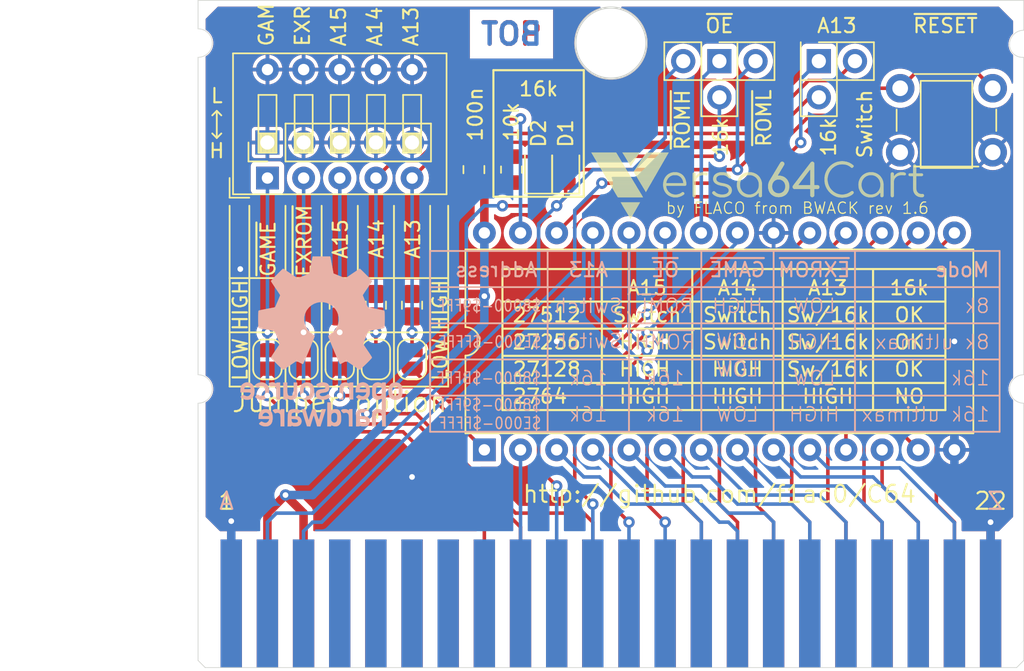
<source format=kicad_pcb>
(kicad_pcb (version 20221018) (generator pcbnew)
  (title_block (title "C64-VersaCart") (date "2023-02-19") (rev "0.1") (company "FLACO 2023") (comment 1 "Adapted from https://github.com/bwack/Versa64Cart"))
  (layers (0 "F.Cu" signal) (31 "B.Cu" signal) (34 "B.Paste" user) (35 "F.Paste" user) (36 "B.SilkS" user "B.Silkscreen") (37 "F.SilkS" user "F.Silkscreen") (38 "B.Mask" user) (39 "F.Mask" user) (44 "Edge.Cuts" user))
  (net 0 "")
  (net 1 "+5V")
  (net 2 "GND")
  (net 3 "/{slash}ROMH")
  (net 4 "/ADDR_16K")
  (net 5 "/{slash}ROML")
  (net 10 "/{slash}GAME")
  (net 11 "/{slash}EXROM")
  (net 15 "/D7")
  (net 16 "/D6")
  (net 17 "/D5")
  (net 18 "/D4")
  (net 19 "/D3")
  (net 20 "/D2")
  (net 21 "/D1")
  (net 22 "/D0")
  (net 23 "/{slash}RESET")
  (net 29 "/A12")
  (net 30 "/A11")
  (net 31 "/A10")
  (net 32 "/A9")
  (net 33 "/A8")
  (net 34 "/A7")
  (net 35 "/A6")
  (net 36 "/A5")
  (net 37 "/A4")
  (net 38 "/A3")
  (net 39 "/A2")
  (net 40 "/A1")
  (net 41 "/A0")
  (net 42 "Net-(JP6-A)")
  (net 43 "/ROMA14")
  (net 44 "/ROMA15")
  (net 45 "/ROMA13")
  (net 46 "/{slash}OE")
  (footprint "Sassa:C_0805_2012Metric_shortable" (layer "F.Cu") (at 93.98 113.665 -90)
    (fp_text reference "R1" hide)
    (fp_text value "10k")
  )
  (footprint "Connector_PinHeader_2.54mm:PinHeader_1x05_P2.54mm_Vertical" (layer "F.Cu") (at 83.82 102.235 90)
    (fp_text reference "J2" hide)
    (fp_text value "GND")
  )
  (footprint "Versa64Cart_v1_6:VERSA64CART" (layer "F.Cu") (at 106.515974 107.635694)
    (fp_text reference "U$39" hide)
    (fp_text value "" hide)
  )
  (footprint "Resistor_SMD:R_0805_2012Metric" (layer "F.Cu") (at 100.965 104.14 90)
    (fp_text reference "R4" hide)
    (fp_text value "10k")
  )
  (footprint "Sassa:Jumper_4_SPTT_P2.54mm_Vertical" (layer "F.Cu") (at 115.57 96.52 -90)
    (fp_text reference "JP7" hide)
    (fp_text value "ADDR_SELECT")
  )
  (footprint "Sassa:Jumper_3_SPDT_P2.54mm_Vertical" (layer "F.Cu") (at 122.555 96.52 -90)
    (fp_text reference "JP6" hide)
    (fp_text value "8/16K")
  )
  (footprint "Diode_SMD:D_0805_2012Metric" (layer "F.Cu") (at 104.775 104.14 90)
    (fp_text reference "D1")
    (fp_text value "D")
  )
  (footprint "Jumper:SolderJumper-2_P1.3mm_Open_RoundedPad1.0x1.5mm" (layer "F.Cu") (at 93.98 117.475 -90)
    (fp_text reference "JP1" hide)
    (fp_text value "/A13")
  )
  (footprint "Button_Switch_THT:SW_DIP_SPSTx05_Slide_9.78x14.88mm_W7.62mm_P2.54mm" (layer "F.Cu") (at 83.825 104.7325 90)
    (fp_text reference "SW1" hide)
    (fp_text value "SW_DIP_x05")
  )
  (footprint "Capacitor_SMD:C_0805_2012Metric" (layer "F.Cu") (at 98.325 104.14 90)
    (fp_text reference "C1" hide)
    (fp_text value "100n")
  )
  (footprint "Package_DIP:DIP-28_W15.24mm" (layer "F.Cu") (at 99.06 123.825 90)
    (fp_text reference "U1" hide)
    (fp_text value "27C512")
  )
  (footprint "Button_Switch_THT:SW_PUSH_6mm" (layer "F.Cu") (at 128.27 98.425)
    (fp_text reference "SW3" hide)
    (fp_text value "RESET")
  )
  (footprint "Jumper:SolderJumper-2_P1.3mm_Open_RoundedPad1.0x1.5mm" (layer "F.Cu") (at 83.82 117.475 -90)
    (fp_text reference "JP4" hide)
    (fp_text value "/GAME")
  )
  (footprint "Diode_SMD:D_0805_2012Metric" (layer "F.Cu") (at 102.87 104.14 90)
    (fp_text reference "D2")
    (fp_text value "D")
  )
  (footprint "Jumper:SolderJumper-2_P1.3mm_Open_RoundedPad1.0x1.5mm" (layer "F.Cu") (at 88.9 117.475 -90)
    (fp_text reference "JP3" hide)
    (fp_text value "/A15")
  )
  (footprint "Jumper:SolderJumper-2_P1.3mm_Open_RoundedPad1.0x1.5mm" (layer "F.Cu") (at 86.36 117.475 -90)
    (fp_text reference "JP5" hide)
    (fp_text value "/EXROM")
  )
  (footprint "Sassa:C_0805_2012Metric_shortable" (layer "F.Cu") (at 91.44 113.665 -90)
    (fp_text reference "R2" hide)
    (fp_text value "10k")
  )
  (footprint "Sassa:C64_Expansion_2x22_2.54mm" (layer "F.Cu") (at 107.95 139.12 180)
    (fp_text reference "J1" hide)
    (fp_text value "C64_Expansion_port" hide)
    (fp_line (start -29 0.5) (end -29 11) (stroke (width 0.05)) (layer "Edge.Cuts"))
    (fp_line (start -28.5 0) (end -29 0.5) (stroke (width 0.05)) (layer "Edge.Cuts"))
    (fp_line (start -28.5 0) (end 28.5 0) (stroke (width 0.05)) (layer "Edge.Cuts"))
    (fp_line (start 28.5 0) (end 29 0.5) (stroke (width 0.05)) (layer "Edge.Cuts"))
    (fp_line (start 29 0.5) (end 29 11) (stroke (width 0.05)) (layer "Edge.Cuts"))
  )
  (footprint "Jumper:SolderJumper-2_P1.3mm_Open_RoundedPad1.0x1.5mm" (layer "F.Cu") (at 91.44 117.475 -90)
    (fp_text reference "JP2" hide)
    (fp_text value "/A14")
  )
  (footprint "Sassa:C_0805_2012Metric_shortable" (layer "F.Cu") (at 88.9 113.665 -90)
    (fp_text reference "R3" hide)
    (fp_text value "10k")
  )
  (footprint "Button_Switch_SMD:SW_SPST_FSMSM" (layer "F.Cu") (at 131.52 100.965 -90)
    (fp_text reference "SW2" hide)
    (fp_text value "RESET")
  )
  (footprint "Symbol:OSHW-Logo_11.4x12mm_SilkScreen" (layer "B.Cu") (at 87.63 116.205 180)
    (fp_text reference "REF**" hide)
    (fp_text value "OSHW-Logo_11.4x12mm_SilkScreen" hide)
  )
  (gr_line (start 95.25 109.855) (end 95.25 122.555) (stroke (width 0.127)) (layer "B.SilkS"))
  (gr_line (start 135.255 120.015) (end 95.25 120.015) (stroke (width 0.127)) (layer "B.SilkS"))
  (gr_line (start 135.255 122.555) (end 95.25 122.555) (stroke (width 0.127)) (layer "B.SilkS"))
  (gr_line (start 135.255 112.395) (end 95.25 112.395) (stroke (width 0.127)) (layer "B.SilkS"))
  (gr_line (start 135.255 114.935) (end 95.25 114.935) (stroke (width 0.127)) (layer "B.SilkS"))
  (gr_line (start 135.255 117.475) (end 95.25 117.475) (stroke (width 0.127)) (layer "B.SilkS"))
  (gr_line (start 103.505 109.855) (end 103.505 122.555) (stroke (width 0.127)) (layer "B.SilkS"))
  (gr_line (start 135.255 109.855) (end 135.255 122.555) (stroke (width 0.127)) (layer "B.SilkS"))
  (gr_line (start 109.22 109.855) (end 109.22 122.555) (stroke (width 0.127)) (layer "B.SilkS"))
  (gr_line (start 125.095 109.855) (end 125.095 122.555) (stroke (width 0.127)) (layer "B.SilkS"))
  (gr_line (start 119.38 109.855) (end 119.38 122.555) (stroke (width 0.127)) (layer "B.SilkS"))
  (gr_line (start 135.255 109.855) (end 95.25 109.855) (stroke (width 0.127)) (layer "B.SilkS"))
  (gr_line (start 114.3 109.855) (end 114.3 122.555) (stroke (width 0.127)) (layer "B.SilkS"))
  (gr_line (start 99.695 106.045) (end 106.045 106.045) (stroke (width 0.15)) (layer "F.SilkS"))
  (gr_line (start 131.445 111.125) (end 131.445 121.031) (stroke (width 0.15)) (layer "F.SilkS"))
  (gr_line (start 100.33 111.125) (end 131.445 111.125) (stroke (width 0.15)) (layer "F.SilkS"))
  (gr_line (start 126.365 111.125) (end 126.365 121.031) (stroke (width 0.15)) (layer "F.SilkS"))
  (gr_line (start 100.33 121.031) (end 131.445 121.031) (stroke (width 0.15)) (layer "F.SilkS"))
  (gr_line (start 85.09 106.68) (end 85.09 119.38) (stroke (width 0.127)) (layer "F.SilkS"))
  (gr_line (start 100.33 119.126) (end 131.445 119.126) (stroke (width 0.15)) (layer "F.SilkS"))
  (gr_line (start 100.33 117.221) (end 131.445 117.221) (stroke (width 0.15)) (layer "F.SilkS"))
  (gr_line (start 80.264 100.0125) (end 80.5815 100.33) (stroke (width 0.127)) (layer "F.SilkS"))
  (gr_line (start 99.695 97.155) (end 106.045 97.155) (stroke (width 0.15)) (layer "F.SilkS"))
  (gr_line (start 96.52 119.38) (end 96.52 106.68) (stroke (width 0.127)) (layer "F.SilkS"))
  (gr_line (start 79.9465 100.33) (end 80.264 100.0125) (stroke (width 0.127)) (layer "F.SilkS"))
  (gr_line (start 80.264 101.9175) (end 80.5815 101.6) (stroke (width 0.127)) (layer "F.SilkS"))
  (gr_line (start 90.17 106.68) (end 90.17 119.38) (stroke (width 0.127)) (layer "F.SilkS"))
  (gr_line (start 80.264 100.0125) (end 80.264 101.9175) (stroke (width 0.127)) (layer "F.SilkS"))
  (gr_line (start 113.665 111.125) (end 113.665 121.031) (stroke (width 0.15)) (layer "F.SilkS"))
  (gr_line (start 120.015 111.125) (end 120.015 121.031) (stroke (width 0.15)) (layer "F.SilkS"))
  (gr_line (start 79.9465 101.6) (end 80.264 101.9175) (stroke (width 0.127)) (layer "F.SilkS"))
  (gr_line (start 99.695 106.045) (end 99.695 97.155) (stroke (width 0.15)) (layer "F.SilkS"))
  (gr_line (start 106.045 106.045) (end 106.045 97.155) (stroke (width 0.15)) (layer "F.SilkS"))
  (gr_line (start 81.165 115.57) (end 96.52 115.57) (stroke (width 0.127)) (layer "F.SilkS"))
  (gr_line (start 87.63 106.68) (end 87.63 119.38) (stroke (width 0.127)) (layer "F.SilkS"))
  (gr_line (start 107.315 111.125) (end 107.315 121.031) (stroke (width 0.15)) (layer "F.SilkS"))
  (gr_line (start 81.165 106.68) (end 81.165 119.38) (stroke (width 0.127)) (layer "F.SilkS"))
  (gr_line (start 92.71 106.68) (end 92.71 119.38) (stroke (width 0.127)) (layer "F.SilkS"))
  (gr_line (start 81.165 111.76) (end 96.52 111.76) (stroke (width 0.127)) (layer "F.SilkS"))
  (gr_line (start 100.33 111.125) (end 100.33 121.031) (stroke (width 0.15)) (layer "F.SilkS"))
  (gr_line (start 95.25 106.68) (end 95.25 119.38) (stroke (width 0.127)) (layer "F.SilkS"))
  (gr_line (start 100.33 115.316) (end 131.445 115.316) (stroke (width 0.15)) (layer "F.SilkS"))
  (gr_line (start 81.165 119.38) (end 96.52 119.38) (stroke (width 0.127)) (layer "F.SilkS"))
  (gr_line (start 100.33 113.411) (end 131.445 113.411) (stroke (width 0.15)) (layer "F.SilkS"))
  (gr_line (start 82.55 106.68) (end 82.55 119.38) (stroke (width 0.127)) (layer "F.SilkS"))
  (gr_line (start 136.95 120.55) (end 136.95 128.12) (stroke (width 0.05)) (layer "Edge.Cuts"))
  (gr_arc (start 78.95 118.55) (mid 79.657107 118.842893) (end 79.95 119.55) (stroke (width 0.05)) (layer "Edge.Cuts"))
  (gr_line (start 136.95 96.25) (end 136.95 118.55) (stroke (width 0.05)) (layer "Edge.Cuts"))
  (gr_line (start 78.95 94.25) (end 78.95 92.25) (stroke (width 0.05)) (layer "Edge.Cuts"))
  (gr_arc (start 135.95 119.55) (mid 136.242893 118.842893) (end 136.95 118.55) (stroke (width 0.05)) (layer "Edge.Cuts"))
  (gr_line (start 78.95 92.25) (end 136.95 92.25) (stroke (width 0.05)) (layer "Edge.Cuts"))
  (gr_line (start 136.95 92.25) (end 136.95 94.35) (stroke (width 0.05)) (layer "Edge.Cuts"))
  (gr_circle (center 107.95 95.25) (end 105.4735 94.9325) (stroke (width 0.15)) (fill none) (layer "Edge.Cuts"))
  (gr_arc (start 135.95 95.35) (mid 136.242893 94.642893) (end 136.95 94.35) (stroke (width 0.05)) (layer "Edge.Cuts"))
  (gr_line (start 78.95 118.55) (end 78.95 96.25) (stroke (width 0.05)) (layer "Edge.Cuts"))
  (gr_line (start 136.95 96.25) (end 136.85 96.25) (stroke (width 0.05)) (layer "Edge.Cuts"))
  (gr_line (start 78.95 128.12) (end 78.95 120.55) (stroke (width 0.05)) (layer "Edge.Cuts"))
  (gr_arc (start 79.95 119.55) (mid 79.657107 120.257107) (end 78.95 120.55) (stroke (width 0.05)) (layer "Edge.Cuts"))
  (gr_arc (start 136.95 120.55) (mid 136.242893 120.257107) (end 135.95 119.55) (stroke (width 0.05)) (layer "Edge.Cuts"))
  (gr_arc (start 78.95 94.25) (mid 79.657107 94.542893) (end 79.95 95.25) (stroke (width 0.05)) (layer "Edge.Cuts"))
  (gr_arc (start 136.85 96.25) (mid 136.213604 95.986396) (end 135.95 95.35) (stroke (width 0.05)) (layer "Edge.Cuts"))
  (gr_arc (start 79.95 95.25) (mid 79.657107 95.957107) (end 78.95 96.25) (stroke (width 0.05)) (layer "Edge.Cuts"))
  (gr_text "TOP" (at 100.965 94.615) (layer "F.Cu") (effects (font (size 1.5 1.5) (thickness 0.3) bold)))
  (gr_text "BOT" (at 100.965 94.615) (layer "B.Cu") (effects (font (size 1.5 1.5) (thickness 0.3) bold) (justify mirror)))
  (gr_text "16k" (at 111.76 121.92) (layer "B.SilkS") (effects (font (size 1 1) (thickness 0.1)) (justify bottom mirror)))
  (gr_text "$E000-$FFFF" (at 103.124 116.713) (layer "B.SilkS") (effects (font (size 0.8 0.7) (thickness 0.1)) (justify left bottom mirror)))
  (gr_text "8k ultimax" (at 134.62 116.84) (layer "B.SilkS") (effects (font (size 1 1) (thickness 0.1)) (justify left bottom mirror)))
  (gr_text "~{EXROM}" (at 122.2375 111.76) (layer "B.SilkS") (effects (font (size 1 1)) (justify bottom mirror)))
  (gr_text "8k" (at 134.62 114.3) (layer "B.SilkS") (effects (font (size 1 1) (thickness 0.1)) (justify left bottom mirror)))
  (gr_text "16k" (at 106.3625 119.38) (layer "B.SilkS") (effects (font (size 1 1) (thickness 0.1)) (justify bottom mirror)))
  (gr_text "Mode" (at 134.62 111.76) (layer "B.SilkS") (effects (font (size 1 1)) (justify left bottom mirror)))
  (gr_text "$8000-$9FFF\n$E000-$FFFF" (at 103.124 122.428) (layer "B.SilkS") (effects (font (size 0.8 0.7) (thickness 0.1)) (justify left bottom mirror)))
  (gr_text "Address" (at 102.87 111.76) (layer "B.SilkS") (effects (font (size 1 1)) (justify left bottom mirror)))
  (gr_text "HIGH" (at 122.2375 121.92) (layer "B.SilkS") (effects (font (size 1 1) (thickness 0.1)) (justify bottom mirror)))
  (gr_text "16k" (at 106.3625 121.92) (layer "B.SilkS") (effects (font (size 1 1) (thickness 0.1)) (justify bottom mirror)))
  (gr_text "Switch" (at 106.3625 114.3) (layer "B.SilkS") (effects (font (size 1 1) (thickness 0.1)) (justify bottom mirror)))
  (gr_text "16k" (at 111.76 119.38) (layer "B.SilkS") (effects (font (size 1 1) (thickness 0.1)) (justify bottom mirror)))
  (gr_text "LOW" (at 116.84 118.745) (layer "B.SilkS") (effects (font (size 1 1) (thickness 0.1)) (justify bottom mirror)))
  (gr_text "HIGH" (at 122.2375 116.84) (layer "B.SilkS") (effects (font (size 1 1) (thickness 0.1)) (justify bottom mirror)))
  (gr_text "LOW" (at 122.2375 114.3) (layer "B.SilkS") (effects (font (size 1 1) (thickness 0.1)) (justify bottom mirror)))
  (gr_text "LOW" (at 116.84 121.92) (layer "B.SilkS") (effects (font (size 1 1) (thickness 0.1)) (justify bottom mirror)))
  (gr_text "~{ROMH}" (at 111.76 116.84) (layer "B.SilkS") (effects (font (size 1 1) (thickness 0.1)) (justify bottom mirror)))
  (gr_text "16k ultimax" (at 134.62 121.92) (layer "B.SilkS") (effects (font (size 1 1) (thickness 0.1)) (justify left bottom mirror)))
  (gr_text "Switch" (at 106.3625 116.76625) (layer "B.SilkS") (effects (font (size 1 1) (thickness 0.1)) (justify bottom mirror)))
  (gr_text "LOW" (at 116.84 116.76625) (layer "B.SilkS") (effects (font (size 1 1) (thickness 0.1)) (justify bottom mirror)))
  (gr_text "16k" (at 134.62 119.38) (layer "B.SilkS") (effects (font (size 1 1) (thickness 0.1)) (justify left bottom mirror)))
  (gr_text "LOW" (at 122.2375 119.38) (layer "B.SilkS") (effects (font (size 1 1) (thickness 0.1)) (justify bottom mirror)))
  (gr_text "~{ROML}" (at 111.76 114.3) (layer "B.SilkS") (effects (font (size 1 1) (thickness 0.1)) (justify bottom mirror)))
  (gr_text "HIGH" (at 116.84 114.3) (layer "B.SilkS") (effects (font (size 1 1) (thickness 0.1)) (justify bottom mirror)))
  (gr_text "$8000-$BFFF" (at 103.124 119.253) (layer "B.SilkS") (effects (font (size 0.8 0.7) (thickness 0.1)) (justify left bottom mirror)))
  (gr_text "~{OE}" (at 111.76 111.76) (layer "B.SilkS") (effects (font (size 1 1)) (justify bottom mirror)))
  (gr_text "~{GAME}" (at 116.84 111.76) (layer "B.SilkS") (effects (font (size 1 1)) (justify bottom mirror)))
  (gr_text "A13" (at 106.3625 111.76) (layer "B.SilkS") (effects (font (size 1 1)) (justify bottom mirror)))
  (gr_text "$8000-$9FFF" (at 103.124 114.173) (layer "B.SilkS") (effects (font (size 0.8 0.7) (thickness 0.1)) (justify left bottom mirror)))
  (gr_text "A13" (at 123.19 113.03) (layer "F.SilkS") (effects (font (size 1 1)) (justify bottom)))
  (gr_text "Sw/16k" (at 123.19 114.935) (layer "F.SilkS") (effects (font (size 1 1)) (justify bottom)))
  (gr_text "27128" (at 100.965 118.745) (layer "F.SilkS") (effects (font (size 1 1)) (justify left bottom)))
  (gr_text "HIGH" (at 95.9485 113.665 90) (layer "F.SilkS") (effects (font (size 1 1))))
  (gr_text "A15" (at 89.408 95.5675 90) (layer "F.SilkS") (effects (font (size 1 1)) (justify left bottom)))
  (gr_text "LOW" (at 81.915 117.475 90) (layer "F.SilkS") (effects (font (size 1 1))))
  (gr_text "H" (at 80.264 102.235) (layer "F.SilkS") (effects (font (size 1 1)) (justify top)))
  (gr_text "EXR" (at 86.868 95.5675 90) (layer "F.SilkS") (effects (font (size 1 1)) (justify left bottom)))
  (gr_text "16k" (at 128.905 113.03) (layer "F.SilkS") (effects (font (size 1 1)) (justify bottom)))
  (gr_text "Switch" (at 116.84 114.935) (layer "F.SilkS") (effects (font (size 1 1)) (justify bottom)))
  (gr_text "Switch" (at 110.49 114.935) (layer "F.SilkS") (effects (font (size 1 1)) (justify bottom)))
  (gr_text "HIGH" (at 110.327856 118.745) (layer "F.SilkS") (effects (font (size 1 1)) (justify bottom)))
  (gr_text "HIGH" (at 81.915 113.665 90) (layer "F.SilkS") (effects (font (size 1 1))))
  (gr_text "Switch" (at 126.365 98.425 90) (layer "F.SilkS") (effects (font (size 1 1)) (justify right bottom)))
  (gr_text "~{RESET}" (at 131.445 94.615) (layer "F.SilkS") (effects (font (size 1 1)) (justify bottom)))
  (gr_text "A13" (at 94.615 110.49 90) (layer "F.SilkS") (effects (font (size 1 1)) (justify left bottom)))
  (gr_text "~{GAME}" (at 84.455 111.76 90) (layer "F.SilkS") (effects (font (size 1 1)) (justify left bottom)))
  (gr_text "HIGH" (at 123.19 120.65) (layer "F.SilkS") (effects (font (size 1 1)) (justify bottom)))
  (gr_text "HIGH" (at 116.84 118.745) (layer "F.SilkS") (effects (font (size 1 1)) (justify bottom)))
  (gr_text "27512" (at 100.965 114.935) (layer "F.SilkS") (effects (font (size 1 1)) (justify left bottom)))
  (gr_text "OK" (at 128.905 118.745) (layer "F.SilkS") (effects (font (size 1 1)) (justify bottom)))
  (gr_text "A13" (at 123.825 94.615) (layer "F.SilkS") (effects (font (size 1 1)) (justify bottom)))
  (gr_text "LOW" (at 95.9485 117.475 90) (layer "F.SilkS") (effects (font (size 1 1))))
  (gr_text "2764" (at 100.965 120.65) (layer "F.SilkS") (effects (font (size 1 1)) (justify left bottom)))
  (gr_text "GAM" (at 84.328 95.5675 90) (layer "F.SilkS") (effects (font (size 1 1)) (justify left bottom)))
  (gr_text "Sw/16k" (at 123.19 118.745) (layer "F.SilkS") (effects (font (size 1 1)) (justify bottom)))
  (gr_text "A15" (at 110.49 113.03) (layer "F.SilkS") (effects (font (size 1 1)) (justify bottom)))
  (gr_text "16k" (at 102.87 99.06) (layer "F.SilkS") (effects (font (size 1 1)) (justify bottom)))
  (gr_text "27256" (at 100.965 116.84) (layer "F.SilkS") (effects (font (size 1 1)) (justify left bottom)))
  (gr_text "HIGH" (at 110.327856 116.84) (layer "F.SilkS") (effects (font (size 1 1)) (justify bottom)))
  (gr_text "~{ROML}" (at 118.11 98.425 90) (layer "F.SilkS") (effects (font (size 1 1)) (justify right top)))
  (gr_text "Switch" (at 116.84 116.84) (layer "F.SilkS") (effects (font (size 1 1)) (justify bottom)))
  (gr_text "Sw/16k" (at 123.19 116.84) (layer "F.SilkS") (effects (font (size 1 1)) (justify bottom)))
  (gr_text "HIGH" (at 110.327856 120.65) (layer "F.SilkS") (effects (font (size 1 1)) (justify bottom)))
  (gr_text "by FLACO from BWACK rev 1.6" (at 111.76 107.315) (layer "F.SilkS") (effects (font (size 0.8 0.8) (thickness 0.08128)) (justify left bottom)))
  (gr_text "~{EXROM}" (at 86.995 111.76 90) (layer "F.SilkS") (effects (font (size 1 1)) (justify left bottom)))
  (gr_text "A14" (at 116.84 113.03) (layer "F.SilkS") (effects (font (size 1 1)) (justify bottom)))
  (gr_text "100n" (at 98.425 102.235 90) (layer "F.SilkS") (effects (font (size 1 1)) (justify left)))
  (gr_text "A14" (at 91.948 95.5675 90) (layer "F.SilkS") (effects (font (size 1 1)) (justify left bottom)))
  (gr_text "10k" (at 100.965 102.235 90) (layer "F.SilkS") (effects (font (size 1 1)) (justify left)))
  (gr_text "NO" (at 128.905 120.65) (layer "F.SilkS") (effects (font (size 1 1)) (justify bottom)))
  (gr_text "http://github.com/f1ac0/C64" (at 115.57 127.635) (layer "F.SilkS") (effects (font (size 1.2 1.2)) (justify bottom)))
  (gr_text "~{ROMH}" (at 112.395 98.425 90) (layer "F.SilkS") (effects (font (size 1 1)) (justify right top)))
  (gr_text "A13" (at 94.488 95.5675 90) (layer "F.SilkS") (effects (font (size 1 1)) (justify left bottom)))
  (gr_text "16k" (at 115.062 100.39 90) (layer "F.SilkS") (effects (font (size 1 1)) (justify right top)))
  (gr_text "Jumper option" (at 88.9 121.285) (layer "F.SilkS") (effects (font (size 1.4 1.4)) (justify bottom)))
  (gr_text "L" (at 80.264 99.53625) (layer "F.SilkS") (effects (font (size 1 1)) (justify bottom)))
  (gr_text "OK" (at 128.905 114.935) (layer "F.SilkS") (effects (font (size 1 1)) (justify bottom)))
  (gr_text "HIGH" (at 116.84 120.65) (layer "F.SilkS") (effects (font (size 1 1)) (justify bottom)))
  (gr_text "OK" (at 128.905 116.84) (layer "F.SilkS") (effects (font (size 1 1)) (justify bottom)))
  (gr_text "~{OE}" (at 115.57 94.615) (layer "F.SilkS") (effects (font (size 1 1)) (justify bottom)))
  (gr_text "A14" (at 92.075 110.49 90) (layer "F.SilkS") (effects (font (size 1 1)) (justify left bottom)))
  (gr_text "16k" (at 123.825 100.39 90) (layer "F.SilkS") (effects (font (size 1 1)) (justify right bottom)))
  (gr_text "A15" (at 89.535 110.49 90) (layer "F.SilkS") (effects (font (size 1 1)) (justify left bottom)))
  (segment (start 83.82 134.62) (end 83.82 128.27) (width 0.6) (layer "F.Cu") (net 1))
  (segment (start 85.09 127) (end 86.36 128.27) (width 0.6) (layer "F.Cu") (net 1))
  (segment (start 88.9 112.8763) (end 93.98 112.8763) (width 0.6) (layer "F.Cu") (net 1))
  (segment (start 98.325 105.09) (end 100.9275 105.09) (width 0.6) (layer "F.Cu") (net 1))
  (segment (start 99.06 105.825) (end 98.325 105.09) (width 0.6) (layer "F.Cu") (net 1))
  (segment (start 93.98 112.8763) (end 98.9063 112.8763) (width 0.6) (layer "F.Cu") (net 1))
  (segment (start 100.9275 105.09) (end 100.965 105.0525) (width 0.6) (layer "F.Cu") (net 1))
  (segment (start 99.06 108.585) (end 99.06 105.825) (width 0.6) (layer "F.Cu") (net 1))
  (segment (start 83.82 128.27) (end 85.09 127) (width 0.6) (layer "F.Cu") (net 1))
  (segment (start 98.9063 112.8763) (end 99.06 113.03) (width 0.6) (layer "F.Cu") (net 1))
  (segment (start 86.36 128.27) (end 86.36 134.62) (width 0.6) (layer "F.Cu") (net 1))
  (via (at 85.09 127) (size 0.8) (drill 0.4) (layers "F.Cu" "B.Cu") (net 1))
  (via (at 99.06 113.03) (size 0.8) (drill 0.4) (layers "F.Cu" "B.Cu") (net 1))
  (segment (start 86.995 127) (end 85.09 127) (width 0.6) (layer "B.Cu") (net 1))
  (segment (start 99.06 114.935) (end 86.995 127) (width 0.6) (layer "B.Cu") (net 1))
  (segment (start 99.06 113.03) (end 99.06 108.585) (width 0.6) (layer "B.Cu") (net 1))
  (segment (start 99.06 113.03) (end 99.06 114.935) (width 0.6) (layer "B.Cu") (net 1))
  (segment (start 134.62 134.65) (end 134.62 128.905) (width 0.6) (layer "F.Cu") (net 2))
  (segment (start 81.28 134.62) (end 81.28 128.83125) (width 0.6) (layer "F.Cu") (net 2))
  (via (at 81.915 111.125) (size 0.8) (drill 0.4) (layers "F.Cu" "B.Cu") (net 2))
  (via (at 93.98 125.73) (size 0.8) (drill 0.4) (layers "F.Cu" "B.Cu") (net 2))
  (via (at 104.14 116.205) (size 0.8) (drill 0.4) (layers "F.Cu" "B.Cu") (net 2))
  (via (at 132.08 116.205) (size 0.8) (drill 0.4) (layers "F.Cu" "B.Cu") (net 2))
  (via (at 134.62 128.905) (size 0.8) (drill 0.4) (layers "F.Cu" "B.Cu") (net 2))
  (via (at 111.76 116.2) (size 0.8) (drill 0.4) (layers "F.Cu" "B.Cu") (net 2))
  (via (at 81.28 128.83125) (size 0.8) (drill 0.4) (layers "F.Cu" "B.Cu") (net 2))
  (segment (start 132.08 121.92) (end 132.08 126.365) (width 0.6) (layer "B.Cu") (net 2))
  (segment (start 81.28 134.65) (end 81.28 128.83125) (width 0.6) (layer "B.Cu") (net 2))
  (segment (start 132.08 123.825) (end 132.08 116.205) (width 0.6) (layer "B.Cu") (net 2))
  (segment (start 132.08 126.365) (end 134.62 128.905) (width 0.6) (layer "B.Cu") (net 2))
  (segment (start 134.62 134.65) (end 134.62 128.905) (width 0.6) (layer "B.Cu") (net 2))
  (segment (start 104.775 106.045) (end 104.14 106.68) (width 0.25) (layer "F.Cu") (net 3))
  (segment (start 104.775 105.0775) (end 104.775 106.045) (width 0.25) (layer "F.Cu") (net 3))
  (via (at 104.14 106.68) (size 0.8) (drill 0.4) (layers "F.Cu" "B.Cu") (net 3))
  (segment (start 109.515 104.14) (end 111.76 101.895) (width 0.25) (layer "B.Cu") (net 3))
  (segment (start 86.995 128.27) (end 102.87 112.395) (width 0.25) (layer "B.Cu") (net 3))
  (segment (start 111.76 101.895) (end 111.76 97.79) (width 0.25) (layer "B.Cu") (net 3))
  (segment (start 83.82 128.905) (end 84.455 128.27) (width 0.25) (layer "B.Cu") (net 3))
  (segment (start 84.455 128.27) (end 86.995 128.27) (width 0.25) (layer "B.Cu") (net 3))
  (segment (start 111.76 97.79) (end 113.03 96.52) (width 0.25) (layer "B.Cu") (net 3))
  (segment (start 83.82 134.62) (end 83.82 128.905) (width 0.25) (layer "B.Cu") (net 3))
  (segment (start 102.87 112.395) (end 102.87 107.95) (width 0.25) (layer "B.Cu") (net 3))
  (segment (start 102.87 107.95) (end 106.68 104.14) (width 0.25) (layer "B.Cu") (net 3))
  (segment (start 106.68 104.14) (end 109.515 104.14) (width 0.25) (layer "B.Cu") (net 3))
  (segment (start 102.87 103.2025) (end 104.775 103.2025) (width 0.25) (layer "F.Cu") (net 4))
  (segment (start 100.965 103.2275) (end 102.845 103.2275) (width 0.25) (layer "F.Cu") (net 4))
  (segment (start 115.57 103.2025) (end 104.775 103.2025) (width 0.25) (layer "F.Cu") (net 4))
  (segment (start 102.845 103.2275) (end 102.87 103.2025) (width 0.25) (layer "F.Cu") (net 4))
  (via (at 115.57 103.2025) (size 0.8) (drill 0.4) (layers "F.Cu" "B.Cu") (net 4))
  (segment (start 115.57 103.2025) (end 115.57 99.06) (width 0.25) (layer "B.Cu") (net 4))
  (segment (start 106.68 134.65) (end 106.68 128.905) (width 0.25) (layer "F.Cu") (net 5))
  (segment (start 103.8075 104.14) (end 102.87 105.0775) (width 0.25) (layer "F.Cu") (net 5))
  (segment (start 106.68 128.905) (end 106.045 128.27) (width 0.25) (layer "F.Cu") (net 5))
  (segment (start 91.44 121.285) (end 90.805 121.285) (width 0.25) (layer "F.Cu") (net 5))
  (segment (start 94.27 121.285) (end 93.98 121.285) (width 0.25) (layer "F.Cu") (net 5))
  (segment (start 106.045 128.27) (end 101.255 128.27) (width 0.25) (layer "F.Cu") (net 5))
  (segment (start 116.84 104.14) (end 103.8075 104.14) (width 0.25) (layer "F.Cu") (net 5))
  (segment (start 94.105 121.285) (end 91.44 121.285) (width 0.25) (layer "F.Cu") (net 5))
  (segment (start 102.87 105.0775) (end 102.87 106.045) (width 0.25) (layer "F.Cu") (net 5))
  (segment (start 102.87 106.045) (end 102.235 106.68) (width 0.25) (layer "F.Cu") (net 5))
  (segment (start 121.92 99.06) (end 122.555 99.06) (width 0.25) (layer "F.Cu") (net 5))
  (segment (start 102.235 106.68) (end 100.33 106.68) (width 0.25) (layer "F.Cu") (net 5))
  (segment (start 116.84 104.14) (end 121.92 99.06) (width 0.25) (layer "F.Cu") (net 5))
  (segment (start 101.255 128.27) (end 94.27 121.285) (width 0.25) (layer "F.Cu") (net 5))
  (via (at 116.84 104.14) (size 0.8) (drill 0.4) (layers "F.Cu" "B.Cu") (net 5))
  (via (at 100.33 106.68) (size 0.8) (drill 0.4) (layers "F.Cu" "B.Cu") (net 5))
  (via (at 90.805 121.285) (size 0.8) (drill 0.4) (layers "F.Cu" "B.Cu") (net 5))
  (segment (start 99.06 106.68) (end 100.33 106.68) (width 0.25) (layer "B.Cu") (net 5))
  (segment (start 116.84 97.79) (end 118.11 96.52) (width 0.25) (layer "B.Cu") (net 5))
  (segment (start 90.805 121.285) (end 97.79 114.3) (width 0.25) (layer "B.Cu") (net 5))
  (segment (start 116.84 104.14) (end 116.84 97.79) (width 0.25) (layer "B.Cu") (net 5))
  (segment (start 97.79 114.3) (end 97.79 107.95) (width 0.25) (layer "B.Cu") (net 5))
  (segment (start 97.79 107.95) (end 99.06 106.68) (width 0.25) (layer "B.Cu") (net 5))
  (segment (start 93.345 122.555) (end 91.44 122.555) (width 0.25) (layer "F.Cu") (net 10))
  (segment (start 99.06 128.27) (end 93.345 122.555) (width 0.25) (layer "F.Cu") (net 10))
  (segment (start 91.44 122.555) (end 86.36 122.555) (width 0.25) (layer "F.Cu") (net 10))
  (segment (start 86.36 122.555) (end 83.82 120.015) (width 0.25) (layer "F.Cu") (net 10))
  (segment (start 99.06 134.65) (end 99.06 128.27) (width 0.25) (layer "F.Cu") (net 10))
  (segment (start 83.82 115.57) (end 83.82 116.825) (width 0.25) (layer "F.Cu") (net 10))
  (via (at 83.82 115.57) (size 0.8) (drill 0.4) (layers "F.Cu" "B.Cu") (net 10))
  (via (at 83.82 120.015) (size 0.8) (drill 0.4) (layers "F.Cu" "B.Cu") (net 10))
  (segment (start 83.825 115.565) (end 83.825 104.7325) (width 0.25) (layer "B.Cu") (net 10))
  (segment (start 83.82 115.57) (end 83.825 115.565) (width 0.25) (layer "B.Cu") (net 10))
  (segment (start 83.82 115.57) (end 83.82 120.015) (width 0.25) (layer "B.Cu") (net 10))
  (segment (start 86.36 115.57) (end 86.36 116.825) (width 0.25) (layer "F.Cu") (net 11))
  (segment (start 101.6 134.65) (end 101.6 129.25069) (width 0.25) (layer "F.Cu") (net 11))
  (segment (start 101.6 129.25069) (end 94.35881 122.0095) (width 0.25) (layer "F.Cu") (net 11))
  (segment (start 88.3545 122.0095) (end 86.36 120.015) (width 0.25) (layer "F.Cu") (net 11))
  (segment (start 94.35881 122.0095) (end 88.3545 122.0095) (width 0.25) (layer "F.Cu") (net 11))
  (via (at 86.36 120.015) (size 0.8) (drill 0.4) (layers "F.Cu" "B.Cu") (net 11))
  (via (at 86.36 115.57) (size 0.8) (drill 0.4) (layers "F.Cu" "B.Cu") (net 11))
  (segment (start 86.365 115.565) (end 86.365 104.7325) (width 0.25) (layer "B.Cu") (net 11))
  (segment (start 86.36 115.57) (end 86.36 120.015) (width 0.25) (layer "B.Cu") (net 11))
  (segment (start 86.36 115.57) (end 86.365 115.565) (width 0.25) (layer "B.Cu") (net 11))
  (segment (start 114.3 134.65) (end 114.3 128.905) (width 0.25) (layer "F.Cu") (net 15))
  (segment (start 113.03 121.2625) (end 113.03 117.475) (width 0.25) (layer "F.Cu") (net 15))
  (segment (start 114.3 128.905) (end 113.03 127.635) (width 0.25) (layer "F.Cu") (net 15))
  (segment (start 113.03 127.635) (end 113.03 121.285) (width 0.25) (layer "F.Cu") (net 15))
  (segment (start 113.03 117.475) (end 121.92 108.585) (width 0.25) (layer "F.Cu") (net 15))
  (segment (start 124.46 108.585) (end 115.57 117.475) (width 0.25) (layer "F.Cu") (net 16))
  (segment (start 115.57 117.475) (end 115.57 119.83375) (width 0.25) (layer "F.Cu") (net 16))
  (segment (start 116.84 128.908291) (end 116.84 134.65) (width 0.25) (layer "F.Cu") (net 16))
  (segment (start 115.57 127.638291) (end 116.84 128.908291) (width 0.25) (layer "F.Cu") (net 16))
  (segment (start 115.57 120.015) (end 115.57 127.638291) (width 0.25) (layer "F.Cu") (net 16))
  (segment (start 127 108.585) (end 118.11 117.475) (width 0.25) (layer "F.Cu") (net 17))
  (segment (start 118.11 117.475) (end 118.11 118.60637) (width 0.25) (layer "F.Cu") (net 17))
  (segment (start 119.38 128.905) (end 119.38 134.65) (width 0.25) (layer "F.Cu") (net 17))
  (segment (start 118.11 127.635) (end 119.38 128.905) (width 0.25) (layer "F.Cu") (net 17))
  (segment (start 118.11 118.745) (end 118.11 127.635) (width 0.25) (layer "F.Cu") (net 17))
  (segment (start 121.92 134.65) (end 121.92 128.905) (width 0.25) (layer "F.Cu") (net 18))
  (segment (start 121.92 128.905) (end 120.65 127.635) (width 0.25) (layer "F.Cu") (net 18))
  (segment (start 120.65 127.635) (end 120.65 117.475) (width 0.25) (layer "F.Cu") (net 18))
  (segment (start 120.65 117.475) (end 129.54 108.585) (width 0.25) (layer "F.Cu") (net 18))
  (segment (start 123.19 117.475) (end 123.19 127.635) (width 0.25) (layer "F.Cu") (net 19))
  (segment (start 124.46 128.905) (end 124.46 134.65) (width 0.25) (layer "F.Cu") (net 19))
  (segment (start 132.08 108.585) (end 123.19 117.475) (width 0.25) (layer "F.Cu") (net 19))
  (segment (start 123.19 127.635) (end 124.46 128.905) (width 0.25) (layer "F.Cu") (net 19))
  (segment (start 127 128.92) (end 127 134.65) (width 0.25) (layer "F.Cu") (net 20))
  (segment (start 125.73 127.65) (end 127 128.92) (width 0.25) (layer "F.Cu") (net 20))
  (segment (start 128.27 122.555) (end 126.365 122.555) (width 0.25) (layer "F.Cu") (net 20))
  (segment (start 126.365 122.555) (end 125.73 123.19) (width 0.25) (layer "F.Cu") (net 20))
  (segment (start 129.54 123.825) (end 128.27 122.555) (width 0.25) (layer "F.Cu") (net 20))
  (segment (start 125.73 123.19) (end 125.73 127.65) (width 0.25) (layer "F.Cu") (net 20))
  (segment (start 129.54 134.65) (end 129.54 128.905) (width 0.25) (layer "F.Cu") (net 21))
  (segment (start 127 126.365) (end 127 123.825) (width 0.25) (layer "F.Cu") (net 21))
  (segment (start 129.54 128.905) (end 127 126.365) (width 0.25) (layer "F.Cu") (net 21))
  (segment (start 130.81 123.19) (end 129.725499 122.105499) (width 0.25) (layer "F.Cu") (net 22))
  (segment (start 132.08 128.905) (end 130.81 127.635) (width 0.25) (layer "F.Cu") (net 22))
  (segment (start 132.08 134.65) (end 132.08 128.905) (width 0.25) (layer "F.Cu") (net 22))
  (segment (start 125.048131 122.105499) (end 124.46 122.69363) (width 0.25) (layer "F.Cu") (net 22))
  (segment (start 130.81 127.635) (end 130.81 123.19) (width 0.25) (layer "F.Cu") (net 22))
  (segment (start 129.725499 122.105499) (end 125.048131 122.105499) (width 0.25) (layer "F.Cu") (net 22))
  (segment (start 124.46 122.69363) (end 124.46 123.825) (width 0.25) (layer "F.Cu") (net 22))
  (segment (start 117.1575 105.0925) (end 107.315 105.0925) (width 0.25) (layer "F.Cu") (net 23))
  (segment (start 128.27 98.425) (end 125.095 98.425) (width 0.25) (layer "F.Cu") (net 23))
  (segment (start 123.19 100.33) (end 121.92 100.33) (width 0.25) (layer "F.Cu") (net 23))
  (segment (start 125.095 98.425) (end 123.19 100.33) (width 0.25) (layer "F.Cu") (net 23))
  (segment (start 121.92 100.33) (end 117.1575 105.0925) (width 0.25) (layer "F.Cu") (net 23))
  (segment (start 132.72 96.375) (end 130.32 96.375) (width 0.25) (layer "F.Cu") (net 23))
  (segment (start 130.32 96.375) (end 128.27 98.425) (width 0.25) (layer "F.Cu") (net 23))
  (segment (start 134.77 98.425) (end 132.72 96.375) (width 0.25) (layer "F.Cu") (net 23))
  (via (at 107.315 105.0925) (size 0.8) (drill 0.4) (layers "F.Cu" "B.Cu") (net 23))
  (segment (start 107.315 105.0925) (end 105.41 106.9975) (width 0.25) (layer "B.Cu") (net 23))
  (segment (start 105.41 111.125345) (end 105.41 110.49) (width 0.25) (layer "B.Cu") (net 23))
  (segment (start 86.995 128.905) (end 87.630345 128.905) (width 0.25) (layer "B.Cu") (net 23))
  (segment (start 105.41 106.9975) (end 105.41 110.49069) (width 0.25) (layer "B.Cu") (net 23))
  (segment (start 86.36 129.54) (end 86.995 128.905) (width 0.25) (layer "B.Cu") (net 23))
  (segment (start 86.36 134.65) (end 86.36 129.54) (width 0.25) (layer "B.Cu") (net 23))
  (segment (start 87.630345 128.905) (end 105.41 111.125345) (width 0.25) (layer "B.Cu") (net 23))
  (segment (start 101.6 134.65) (end 101.6 123.825) (width 0.25) (layer "B.Cu") (net 29))
  (segment (start 104.14 126.365) (end 102.87 125.095) (width 0.25) (layer "F.Cu") (net 30))
  (segment (start 102.87 121.92) (end 110.49 114.3) (width 0.25) (layer "F.Cu") (net 30))
  (segment (start 102.87 125.095) (end 102.87 121.92) (width 0.25) (layer "F.Cu") (net 30))
  (via (at 110.49 114.3) (size 0.8) (drill 0.4) (layers "F.Cu" "B.Cu") (net 30))
  (via (at 104.14 126.365) (size 0.8) (drill 0.4) (layers "F.Cu" "B.Cu") (net 30))
  (segment (start 111.76 113.03) (end 110.49 114.3) (width 0.25) (layer "B.Cu") (net 30))
  (segment (start 111.76 108.585) (end 111.76 113.03) (width 0.25) (layer "B.Cu") (net 30))
  (segment (start 104.14 126.365) (end 104.14 134.62) (width 0.25) (layer "B.Cu") (net 30))
  (segment (start 105.41 126.365) (end 105.41 120.65) (width 0.25) (layer "F.Cu") (net 31))
  (segment (start 105.41 120.65) (end 110.49 115.57) (width 0.25) (layer "F.Cu") (net 31))
  (segment (start 106.68 127.635) (end 105.41 126.365) (width 0.25) (layer "F.Cu") (net 31))
  (via (at 106.68 127.635) (size 0.8) (drill 0.4) (layers "F.Cu" "B.Cu") (net 31))
  (via (at 110.49 115.57) (size 0.8) (drill 0.4) (layers "F.Cu" "B.Cu") (net 31))
  (segment (start 116.84 108.585) (end 116.84 109.22) (width 0.25) (layer "B.Cu") (net 31))
  (segment (start 116.84 109.22) (end 110.49 115.57) (width 0.25) (layer "B.Cu") (net 31))
  (segment (start 106.68 134.65) (end 106.68 127.635) (width 0.25) (layer "B.Cu") (net 31))
  (segment (start 109.22 128.905) (end 107.95 127.635) (width 0.25) (layer "F.Cu") (net 32))
  (segment (start 107.95 119.38) (end 110.49 116.84) (width 0.25) (layer "F.Cu") (net 32))
  (segment (start 107.95 127.635) (end 107.95 119.38) (width 0.25) (layer "F.Cu") (net 32))
  (via (at 110.49 116.84) (size 0.8) (drill 0.4) (layers "F.Cu" "B.Cu") (net 32))
  (via (at 109.22 128.905) (size 0.8) (drill 0.4) (layers "F.Cu" "B.Cu") (net 32))
  (segment (start 109.22 134.65) (end 109.22 128.905) (width 0.25) (layer "B.Cu") (net 32))
  (segment (start 109.22 108.585) (end 109.22 115.57) (width 0.25) (layer "B.Cu") (net 32))
  (segment (start 109.22 115.57) (end 110.49 116.84) (width 0.25) (layer "B.Cu") (net 32))
  (segment (start 111.76 128.905) (end 110.49 127.635) (width 0.25) (layer "F.Cu") (net 33))
  (segment (start 110.49 127.635) (end 110.49 118.11) (width 0.25) (layer "F.Cu") (net 33))
  (via (at 111.76 128.905) (size 0.8) (drill 0.4) (layers "F.Cu" "B.Cu") (net 33))
  (via (at 110.49 118.11) (size 0.8) (drill 0.4) (layers "F.Cu" "B.Cu") (net 33))
  (segment (start 111.76 128.905) (end 111.76 134.62) (width 0.25) (layer "B.Cu") (net 33))
  (segment (start 106.68 114.3) (end 110.49 118.11) (width 0.25) (layer "B.Cu") (net 33))
  (segment (start 106.68 108.585) (end 106.68 114.3) (width 0.25) (layer "B.Cu") (net 33))
  (segment (start 114.3 128.905) (end 113.03 127.635) (width 0.25) (layer "B.Cu") (net 34))
  (segment (start 113.03 127.635) (end 109.062995 127.635) (width 0.25) (layer "B.Cu") (net 34))
  (segment (start 106.045 125.73) (end 104.14 123.825) (width 0.25) (layer "B.Cu") (net 34))
  (segment (start 109.062995 127.635) (end 107.157995 125.73) (width 0.25) (layer "B.Cu") (net 34))
  (segment (start 114.3 134.62) (end 114.3 128.905) (width 0.25) (layer "B.Cu") (net 34))
  (segment (start 107.157995 125.73) (end 106.045 125.73) (width 0.25) (layer "B.Cu") (net 34))
  (segment (start 115.57 128.905) (end 116.205 128.905) (width 0.25) (layer "B.Cu") (net 35))
  (segment (start 116.84 129.54) (end 116.84 134.65) (width 0.25) (layer "B.Cu") (net 35))
  (segment (start 116.205 128.905) (end 116.84 129.54) (width 0.25) (layer "B.Cu") (net 35))
  (segment (start 109.855 127) (end 113.665 127) (width 0.25) (layer "B.Cu") (net 35))
  (segment (start 106.68 123.825) (end 109.855 127) (width 0.25) (layer "B.Cu") (net 35))
  (segment (start 113.665 127) (end 115.57 128.905) (width 0.25) (layer "B.Cu") (net 35))
  (segment (start 116.205 128.27) (end 114.3 126.365) (width 0.25) (layer "B.Cu") (net 36))
  (segment (start 118.745 128.27) (end 116.205 128.27) (width 0.25) (layer "B.Cu") (net 36))
  (segment (start 119.38 128.905) (end 118.745 128.27) (width 0.25) (layer "B.Cu") (net 36))
  (segment (start 114.3 126.365) (end 111.76 126.365) (width 0.25) (layer "B.Cu") (net 36))
  (segment (start 111.76 126.365) (end 109.22 123.825) (width 0.25) (layer "B.Cu") (net 36))
  (segment (start 119.38 134.65) (end 119.38 128.905) (width 0.25) (layer "B.Cu") (net 36))
  (segment (start 120.65 127.635) (end 116.84 127.635) (width 0.25) (layer "B.Cu") (net 37))
  (segment (start 121.92 128.905) (end 120.65 127.635) (width 0.25) (layer "B.Cu") (net 37))
  (segment (start 114.935 125.73) (end 113.665 125.73) (width 0.25) (layer "B.Cu") (net 37))
  (segment (start 121.92 134.65) (end 121.92 128.905) (width 0.25) (layer "B.Cu") (net 37))
  (segment (start 116.84 127.635) (end 114.935 125.73) (width 0.25) (layer "B.Cu") (net 37))
  (segment (start 113.665 125.73) (end 111.76 123.825) (width 0.25) (layer "B.Cu") (net 37))
  (segment (start 122.555 127) (end 117.475 127) (width 0.25) (layer "B.Cu") (net 38))
  (segment (start 124.46 134.65) (end 124.46 128.905) (width 0.25) (layer "B.Cu") (net 38))
  (segment (start 124.46 128.905) (end 122.555 127) (width 0.25) (layer "B.Cu") (net 38))
  (segment (start 117.475 127) (end 114.3 123.825) (width 0.25) (layer "B.Cu") (net 38))
  (segment (start 127 134.65) (end 127 128.905) (width 0.25) (layer "B.Cu") (net 39))
  (segment (start 124.46 126.365) (end 119.38 126.365) (width 0.25) (layer "B.Cu") (net 39))
  (segment (start 119.38 126.365) (end 116.84 123.825) (width 0.25) (layer "B.Cu") (net 39))
  (segment (start 127 128.905) (end 124.46 126.365) (width 0.25) (layer "B.Cu") (net 39))
  (segment (start 126.365 125.73) (end 121.285 125.73) (width 0.25) (layer "B.Cu") (net 40))
  (segment (start 129.54 134.65) (end 129.54 128.905) (width 0.25) (layer "B.Cu") (net 40))
  (segment (start 129.54 128.905) (end 126.365 125.73) (width 0.25) (layer "B.Cu") (net 40))
  (segment (start 121.285 125.73) (end 119.38 123.825) (width 0.25) (layer "B.Cu") (net 40))
  (segment (start 121.92 123.825) (end 123.19 125.095) (width 0.25) (layer "B.Cu") (net 41))
  (segment (start 128.23625 125.095) (end 132.08 128.93875) (width 0.25) (layer "B.Cu") (net 41))
  (segment (start 123.19 125.095) (end 128.23625 125.095) (width 0.25) (layer "B.Cu") (net 41))
  (segment (start 132.08 128.93875) (end 132.08 134.65) (width 0.25) (layer "B.Cu") (net 41))
  (segment (start 118.11 101.6) (end 121.825 97.885) (width 0.25) (layer "F.Cu") (net 42))
  (segment (start 97.1175 101.6) (end 118.11 101.6) (width 0.25) (layer "F.Cu") (net 42))
  (segment (start 93.98 115.57) (end 93.98 116.825) (width 0.25) (layer "F.Cu") (net 42))
  (segment (start 123.73 97.885) (end 125.095 96.52) (width 0.25) (layer "F.Cu") (net 42))
  (segment (start 93.98 114.4537) (end 93.98 115.57) (width 0.25) (layer "F.Cu") (net 42))
  (segment (start 121.825 97.885) (end 123.73 97.885) (width 0.25) (layer "F.Cu") (net 42))
  (segment (start 93.985 104.7325) (end 97.1175 101.6) (width 0.25) (layer "F.Cu") (net 42))
  (via (at 93.98 115.57) (size 0.8) (drill 0.4) (layers "F.Cu" "B.Cu") (net 42))
  (segment (start 93.985 104.7325) (end 93.985 115.565) (width 0.25) (layer "B.Cu") (net 42))
  (segment (start 93.985 115.565) (end 93.98 115.57) (width 0.25) (layer "B.Cu") (net 42))
  (segment (start 97.302951 100.57375) (end 101.6 100.57375) (width 0.25) (layer "F.Cu") (net 43))
  (segment (start 94.371701 103.505) (end 97.302951 100.57375) (width 0.25) (layer "F.Cu") (net 43))
  (segment (start 92.6725 103.505) (end 94.371701 103.505) (width 0.25) (layer "F.Cu") (net 43))
  (segment (start 91.44 114.4537) (end 91.44 115.57) (width 0.25) (layer "F.Cu") (net 43))
  (segment (start 91.44 115.57) (end 91.44 116.825) (width 0.25) (layer "F.Cu") (net 43))
  (segment (start 91.445 104.7325) (end 92.6725 103.505) (width 0.25) (layer "F.Cu") (net 43))
  (via (at 101.6 100.57375) (size 0.8) (drill 0.4) (layers "F.Cu" "B.Cu") (net 43))
  (via (at 91.44 115.57) (size 0.8) (drill 0.4) (layers "F.Cu" "B.Cu") (net 43))
  (segment (start 91.445 104.7325) (end 91.445 115.565) (width 0.25) (layer "B.Cu") (net 43))
  (segment (start 101.6 108.585) (end 101.6 100.57375) (width 0.25) (layer "B.Cu") (net 43))
  (segment (start 91.445 115.565) (end 91.44 115.57) (width 0.25) (layer "B.Cu") (net 43))
  (segment (start 88.9 115.57) (end 88.9 116.825) (width 0.25) (layer "F.Cu") (net 44))
  (segment (start 88.9 114.4537) (end 88.9 115.57) (width 0.25) (layer "F.Cu") (net 44))
  (segment (start 95.25 120.015) (end 99.06 123.825) (width 0.25) (layer "F.Cu") (net 44))
  (segment (start 88.9 120.015) (end 95.25 120.015) (width 0.25) (layer "F.Cu") (net 44))
  (via (at 88.9 120.015) (size 0.8) (drill 0.4) (layers "F.Cu" "B.Cu") (net 44))
  (via (at 88.9 115.57) (size 0.8) (drill 0.4) (layers "F.Cu" "B.Cu") (net 44))
  (segment (start 88.905 104.7325) (end 88.905 115.565) (width 0.25) (layer "B.Cu") (net 44))
  (segment (start 88.905 115.565) (end 88.9 115.57) (width 0.25) (layer "B.Cu") (net 44))
  (segment (start 88.9 115.57) (end 88.9 120.015) (width 0.25) (layer "B.Cu") (net 44))
  (segment (start 121.285 102.235) (end 117.475 106.045) (width 0.25) (layer "F.Cu") (net 45))
  (segment (start 117.475 106.045) (end 106.68 106.045) (width 0.25) (layer "F.Cu") (net 45))
  (segment (start 106.68 106.045) (end 104.14 108.585) (width 0.25) (layer "F.Cu") (net 45))
  (via (at 121.285 102.235) (size 0.8) (drill 0.4) (layers "F.Cu" "B.Cu") (net 45))
  (segment (start 121.285 97.79) (end 122.555 96.52) (width 0.25) (layer "B.Cu") (net 45))
  (segment (start 121.285 102.235) (end 121.285 97.79) (width 0.25) (layer "B.Cu") (net 45))
  (segment (start 114.3 97.79) (end 115.57 96.52) (width 0.25) (layer "B.Cu") (net 46))
  (segment (start 114.3 108.585) (end 114.3 97.79) (width 0.25) (layer "B.Cu") (net 46))
  (zone (net 2) (net_name "GND") (layers "F&B.Cu") (priority 6) (connect_pads (clearance 0.381)) (min_thickness 0.1016) (fill yes (thermal_gap 0.2532) (thermal_bridge_width 0.2532) (smoothing chamfer) (radius 1))
    (polygon (pts (xy 136.2016 129.54) (xy 79.4834 129.54) (xy 79.4834 92.6934) (xy 136.2016 92.6934)))
  )
)
</source>
